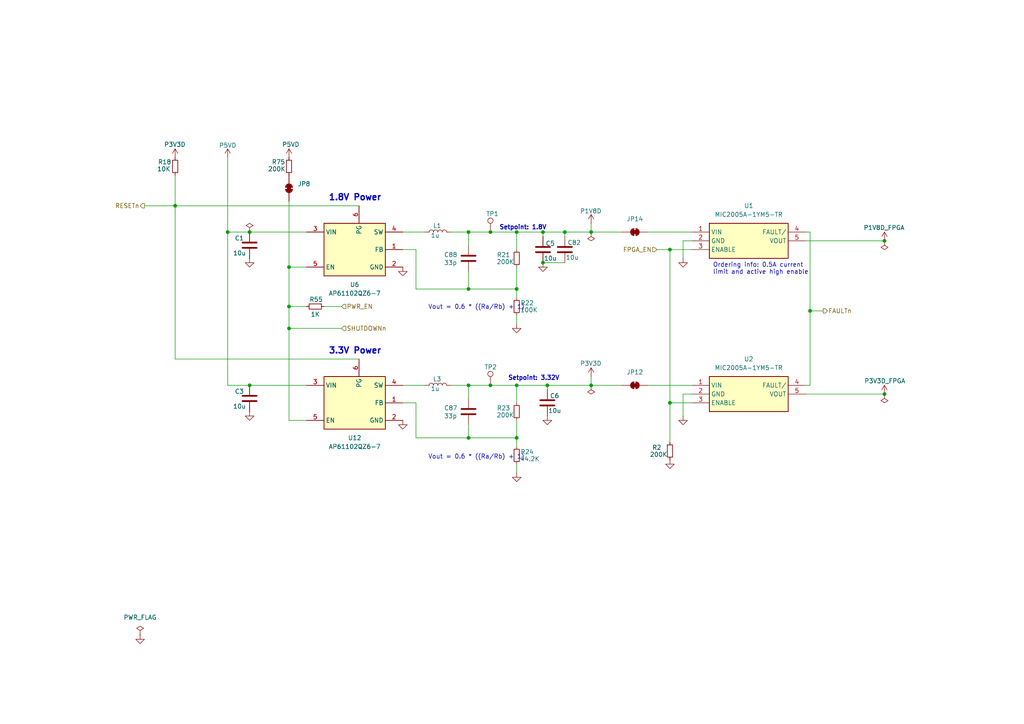
<source format=kicad_sch>
(kicad_sch (version 20250114) (generator "eeschema") (generator_version "9.0")
  (paper "A4")
  (title_block (title "PICO2-NX") (rev "0.1") (company "tinyVision.ai Inc."))
  (lib_symbols
    (symbol "Connector:TestPoint" (pin_numbers (hide yes)) (pin_names (offset 0.762) (hide yes))
      (property "Reference" "TP" (at 0 6.858 0))
      (property "Value" "TestPoint" (at 0 5.08 0))
      (symbol "TestPoint_0_1"
        (circle (center 0 3.302) (radius 0.762))
      )
      (symbol "TestPoint_1_1"
        (pin passive line (at 0 0 90) (length 2.54) (name "1") (number "1"))
      )
    )
    (symbol "Custom:AP61102QZ6-7"
      (property "Reference" "U" (at 19.05 7.112 0))
      (property "Value" "AP61102QZ6-7" (at 19.05 5.08 0))
      (symbol "AP61102QZ6-7_1_0"
        (rectangle (start 5.08 2.54) (end 22.86 -12.7) (stroke (width 0.254) (color 128 0 0 1)) (fill (type background)))
        (pin power_in line (at 0 0 0) (length 5.08) (name "VIN") (number "3"))
        (pin input line (at 0 -10.16 0) (length 5.08) (name "EN") (number "5"))
        (pin open_collector line (at 15.24 7.62 270) (length 5.08) (name "PG") (number "6"))
        (pin passive line (at 27.94 0 180) (length 5.08) (name "SW") (number "4"))
        (pin passive line (at 27.94 -5.08 180) (length 5.08) (name "FB") (number "1"))
        (pin power_in line (at 27.94 -10.16 180) (length 5.08) (name "GND") (number "2"))
      )
    )
    (symbol "Device:C" (pin_numbers (hide yes)) (pin_names (offset 0.254))
      (property "Reference" "C" (at 0.635 2.54 0))
      (property "Value" "C" (at 0.635 -2.54 0))
      (symbol "C_0_1"
        (polyline (pts (xy -2.032 0.762) (xy 2.032 0.762)) (stroke (width 0.508)))
        (polyline (pts (xy -2.032 -0.762) (xy 2.032 -0.762)) (stroke (width 0.508)))
      )
      (symbol "C_1_1"
        (pin passive line (at 0 3.81 270) (length 2.794) (name "~") (number "1"))
        (pin passive line (at 0 -3.81 90) (length 2.794) (name "~") (number "2"))
      )
    )
    (symbol "Device:L" (pin_numbers (hide yes)) (pin_names (offset 1.016) (hide yes))
      (property "Reference" "L" (at -1.27 0 90))
      (property "Value" "L" (at 1.905 0 90))
      (symbol "L_0_1"
        (arc (start 0 2.54) (mid 0.6323 1.905) (end 0 1.27))
        (arc (start 0 1.27) (mid 0.6323 0.635) (end 0 0))
        (arc (start 0 0) (mid 0.6323 -0.635) (end 0 -1.27))
        (arc (start 0 -1.27) (mid 0.6323 -1.905) (end 0 -2.54))
      )
      (symbol "L_1_1"
        (pin passive line (at 0 3.81 270) (length 1.27) (name "1") (number "1"))
        (pin passive line (at 0 -3.81 90) (length 1.27) (name "2") (number "2"))
      )
    )
    (symbol "Device:R_Small" (pin_numbers (hide yes)) (pin_names (offset 0.254) (hide yes))
      (property "Reference" "R" (at 0 0 90))
      (property "Value" "R_Small" (at 1.778 0 90))
      (symbol "R_Small_0_1"
        (rectangle (start -0.762 1.778) (end 0.762 -1.778) (stroke (width 0.2032)))
      )
      (symbol "R_Small_1_1"
        (pin passive line (at 0 2.54 270) (length 0.762) (name "~") (number "1"))
        (pin passive line (at 0 -2.54 90) (length 0.762) (name "~") (number "2"))
      )
    )
    (symbol "Jumper:SolderJumper_2_Bridged" (pin_numbers (hide yes)) (pin_names (offset 0) (hide yes)) (in_bom no)
      (property "Reference" "JP" (at 0 2.032 0))
      (property "Value" "SolderJumper_2_Bridged" (at 0 -2.54 0))
      (symbol "SolderJumper_2_Bridged_0_1"
        (rectangle (start -0.508 0.508) (end 0.508 -0.508) (fill (type outline)))
        (polyline (pts (xy -0.254 1.016) (xy -0.254 -1.016)))
        (arc (start -0.254 -1.016) (mid -1.2656 0) (end -0.254 1.016))
        (arc (start -0.254 -1.016) (mid -1.2656 0) (end -0.254 1.016) (fill (type outline)))
        (arc (start 0.254 1.016) (mid 1.2656 0) (end 0.254 -1.016))
        (arc (start 0.254 1.016) (mid 1.2656 0) (end 0.254 -1.016) (fill (type outline)))
        (polyline (pts (xy 0.254 1.016) (xy 0.254 -1.016)))
      )
      (symbol "SolderJumper_2_Bridged_1_1"
        (pin passive line (at -3.81 0 0) (length 2.54) (name "A") (number "1"))
        (pin passive line (at 3.81 0 180) (length 2.54) (name "B") (number "2"))
      )
    )
    (symbol "SamacSys:MIC2005A-2YM5-TR"
      (property "Reference" "IC" (at 29.21 7.62 0))
      (property "Value" "MIC2005A-2YM5-TR" (at 29.21 5.08 0))
      (symbol "MIC2005A-2YM5-TR_1_1"
        (rectangle (start 5.08 2.54) (end 27.94 -7.62) (stroke (width 0.254)) (fill (type background)))
        (pin passive line (at 0 0 0) (length 5.08) (name "VIN") (number "1"))
        (pin passive line (at 0 -2.54 0) (length 5.08) (name "GND") (number "2"))
        (pin passive line (at 0 -5.08 0) (length 5.08) (name "ENABLE") (number "3"))
        (pin passive line (at 33.02 0 180) (length 5.08) (name "FAULT/") (number "4"))
        (pin passive line (at 33.02 -2.54 180) (length 5.08) (name "VOUT") (number "5"))
      )
    )
    (symbol "power:GND" (power) (pin_numbers (hide yes)) (pin_names (offset 0) (hide yes))
      (property "Value" "GND" (at 0 -3.81 0))
      (symbol "GND_0_1"
        (polyline (pts (xy 0 0) (xy 0 -1.27) (xy 1.27 -1.27) (xy 0 -2.54) (xy -1.27 -1.27) (xy 0 -1.27)))
      )
      (symbol "GND_1_1"
        (pin power_in line (at 0 0 270) (length 0) (name "~") (number "1"))
      )
    )
    (symbol "power:PWR_FLAG" (power) (pin_numbers (hide yes)) (pin_names (offset 0) (hide yes))
      (property "Value" "PWR_FLAG" (at 0 3.81 0))
      (symbol "PWR_FLAG_0_0"
        (pin power_out line (at 0 0 90) (length 0) (name "~") (number "1"))
      )
      (symbol "PWR_FLAG_0_1"
        (polyline (pts (xy 0 0) (xy 0 1.27) (xy -1.016 1.905) (xy 0 2.54) (xy 1.016 1.905) (xy 0 1.27)))
      )
    )
    (symbol "power:VCC" (power) (pin_numbers (hide yes)) (pin_names (offset 0) (hide yes))
      (property "Value" "VCC" (at 0 3.556 0))
      (symbol "VCC_0_1"
        (polyline (pts (xy -0.762 1.27) (xy 0 2.54)))
        (polyline (pts (xy 0 2.54) (xy 0.762 1.27)))
        (polyline (pts (xy 0 0) (xy 0 2.54)))
      )
      (symbol "VCC_1_1"
        (pin power_in line (at 0 0 90) (length 0) (name "~") (number "1"))
      )
    )
  )
  (text "Vout = 0.6 * ((Ra/Rb) + 1)" (at 138.176 89.154 0) (effects (font (size 1.27 1.27))))
  (text "Setpoint: 3.32V" (at 147.32 110.49 0) (effects (font (size 1.27 1.27) (bold yes)) (justify left bottom)))
  (text "1.8V Power" (at 95.25 58.42 0) (effects (font (size 1.778 1.778) (bold yes)) (justify left bottom)))
  (text "3.3V Power" (at 95.25 102.87 0) (effects (font (size 1.778 1.778) (bold yes)) (justify left bottom)))
  (text "Setpoint: 1.8V" (at 144.78 66.802 0) (effects (font (size 1.27 1.27) (bold yes)) (justify left bottom)))
  (text "Vout = 0.6 * ((Ra/Rb) + 1)" (at 138.176 132.588 0) (effects (font (size 1.27 1.27))))
  (text "Ordering info: 0.5A current\nlimit and active high enable" (at 206.756 77.978 0) (effects (font (size 1.27 1.27)) (justify left)))
  (junction (at 158.75 111.76))
  (junction (at 256.54 69.85))
  (junction (at 83.82 88.9))
  (junction (at 171.45 67.31))
  (junction (at 171.45 111.76))
  (junction (at 83.82 77.47))
  (junction (at 234.95 90.17))
  (junction (at 135.89 111.76))
  (junction (at 66.04 67.31))
  (junction (at 142.24 67.31))
  (junction (at 72.39 67.31))
  (junction (at 135.89 67.31))
  (junction (at 135.89 127))
  (junction (at 157.48 76.2))
  (junction (at 194.31 116.84))
  (junction (at 149.86 111.76))
  (junction (at 149.86 67.31))
  (junction (at 135.89 83.82))
  (junction (at 194.31 72.39))
  (junction (at 149.86 83.82))
  (junction (at 72.39 111.76))
  (junction (at 83.82 95.25))
  (junction (at 163.83 67.31))
  (junction (at 149.86 127))
  (junction (at 157.48 67.31))
  (junction (at 256.54 114.3))
  (junction (at 50.8 59.69))
  (junction (at 142.24 111.76))
  (wire (pts (xy 120.65 116.84) (xy 120.65 127)))
  (wire (pts (xy 83.82 88.9) (xy 83.82 95.25)))
  (wire (pts (xy 200.66 69.85) (xy 198.12 69.85)))
  (wire (pts (xy 93.98 88.9) (xy 99.06 88.9)))
  (wire (pts (xy 116.84 116.84) (xy 120.65 116.84)))
  (wire (pts (xy 194.31 116.84) (xy 194.31 128.27)))
  (wire (pts (xy 135.89 111.76) (xy 142.24 111.76)))
  (wire (pts (xy 171.45 109.22) (xy 171.45 111.76)))
  (wire (pts (xy 142.24 111.76) (xy 149.86 111.76)))
  (wire (pts (xy 149.86 67.31) (xy 149.86 72.39)))
  (wire (pts (xy 171.45 64.77) (xy 171.45 67.31)))
  (wire (pts (xy 66.04 67.31) (xy 66.04 111.76)))
  (wire (pts (xy 149.86 67.31) (xy 157.48 67.31)))
  (wire (pts (xy 163.83 67.31) (xy 163.83 68.58)))
  (wire (pts (xy 200.66 114.3) (xy 198.12 114.3)))
  (wire (pts (xy 198.12 114.3) (xy 198.12 120.65)))
  (wire (pts (xy 130.81 111.76) (xy 135.89 111.76)))
  (wire (pts (xy 158.75 111.76) (xy 171.45 111.76)))
  (wire (pts (xy 116.84 72.39) (xy 120.65 72.39)))
  (wire (pts (xy 72.39 67.31) (xy 88.9 67.31)))
  (wire (pts (xy 50.8 59.69) (xy 50.8 104.14)))
  (wire (pts (xy 83.82 95.25) (xy 99.06 95.25)))
  (wire (pts (xy 149.86 77.47) (xy 149.86 83.82)))
  (wire (pts (xy 171.45 111.76) (xy 180.34 111.76)))
  (wire (pts (xy 135.89 123.19) (xy 135.89 127)))
  (wire (pts (xy 83.82 95.25) (xy 83.82 121.92)))
  (wire (pts (xy 234.95 90.17) (xy 234.95 111.76)))
  (wire (pts (xy 149.86 127) (xy 149.86 129.54)))
  (wire (pts (xy 135.89 83.82) (xy 149.86 83.82)))
  (wire (pts (xy 104.14 104.14) (xy 50.8 104.14)))
  (wire (pts (xy 157.48 76.2) (xy 163.83 76.2)))
  (wire (pts (xy 190.5 72.39) (xy 194.31 72.39)))
  (wire (pts (xy 135.89 67.31) (xy 142.24 67.31)))
  (wire (pts (xy 66.04 67.31) (xy 72.39 67.31)))
  (wire (pts (xy 149.86 134.62) (xy 149.86 137.16)))
  (wire (pts (xy 72.39 111.76) (xy 88.9 111.76)))
  (wire (pts (xy 157.48 67.31) (xy 163.83 67.31)))
  (wire (pts (xy 120.65 83.82) (xy 135.89 83.82)))
  (wire (pts (xy 163.83 67.31) (xy 171.45 67.31)))
  (wire (pts (xy 50.8 50.8) (xy 50.8 59.69)))
  (wire (pts (xy 149.86 91.44) (xy 149.86 93.98)))
  (wire (pts (xy 187.96 67.31) (xy 200.66 67.31)))
  (wire (pts (xy 83.82 121.92) (xy 88.9 121.92)))
  (wire (pts (xy 116.84 67.31) (xy 123.19 67.31)))
  (wire (pts (xy 234.95 90.17) (xy 238.76 90.17)))
  (wire (pts (xy 83.82 77.47) (xy 83.82 88.9)))
  (wire (pts (xy 50.8 59.69) (xy 104.14 59.69)))
  (wire (pts (xy 116.84 111.76) (xy 123.19 111.76)))
  (wire (pts (xy 149.86 111.76) (xy 149.86 116.84)))
  (wire (pts (xy 83.82 88.9) (xy 88.9 88.9)))
  (wire (pts (xy 66.04 45.72) (xy 66.04 67.31)))
  (wire (pts (xy 66.04 111.76) (xy 72.39 111.76)))
  (wire (pts (xy 158.75 111.76) (xy 158.75 113.03)))
  (wire (pts (xy 120.65 127) (xy 135.89 127)))
  (wire (pts (xy 120.65 72.39) (xy 120.65 83.82)))
  (wire (pts (xy 149.86 83.82) (xy 149.86 86.36)))
  (wire (pts (xy 149.86 111.76) (xy 158.75 111.76)))
  (wire (pts (xy 83.82 58.42) (xy 83.82 77.47)))
  (wire (pts (xy 135.89 78.74) (xy 135.89 83.82)))
  (wire (pts (xy 198.12 69.85) (xy 198.12 74.93)))
  (wire (pts (xy 135.89 127) (xy 149.86 127)))
  (wire (pts (xy 194.31 72.39) (xy 200.66 72.39)))
  (wire (pts (xy 233.68 114.3) (xy 256.54 114.3)))
  (wire (pts (xy 233.68 67.31) (xy 234.95 67.31)))
  (wire (pts (xy 171.45 67.31) (xy 180.34 67.31)))
  (wire (pts (xy 234.95 67.31) (xy 234.95 90.17)))
  (wire (pts (xy 142.24 67.31) (xy 149.86 67.31)))
  (wire (pts (xy 135.89 111.76) (xy 135.89 115.57)))
  (wire (pts (xy 200.66 116.84) (xy 194.31 116.84)))
  (wire (pts (xy 194.31 116.84) (xy 194.31 72.39)))
  (wire (pts (xy 135.89 67.31) (xy 135.89 71.12)))
  (wire (pts (xy 187.96 111.76) (xy 200.66 111.76)))
  (wire (pts (xy 83.82 77.47) (xy 88.9 77.47)))
  (wire (pts (xy 233.68 111.76) (xy 234.95 111.76)))
  (wire (pts (xy 157.48 67.31) (xy 157.48 68.58)))
  (wire (pts (xy 233.68 69.85) (xy 256.54 69.85)))
  (wire (pts (xy 41.91 59.69) (xy 50.8 59.69)))
  (wire (pts (xy 149.86 121.92) (xy 149.86 127)))
  (wire (pts (xy 130.81 67.31) (xy 135.89 67.31)))
  (hierarchical_label "PWR_EN" (shape input) (at 99.06 88.9 0))
  (hierarchical_label "RESETn" (shape output) (at 41.91 59.69 180))
  (hierarchical_label "FAULTn" (shape output) (at 238.76 90.17 0))
  (hierarchical_label "FPGA_EN" (shape input) (at 190.5 72.39 180))
  (hierarchical_label "SHUTDOWNn" (shape input) (at 99.06 95.25 0))
  (symbol (lib_id "power:VCC") (at 83.82 45.72 0) (unit 1)
    (property "Reference" "#PWR0188" (effects (hide yes)))
    (property "Value" "P5VD" (at 86.868 41.91 0) (effects (justify right)))
    (property "Description" "Power symbol creates a global label with name \"VCC\"" (effects (hide yes)))
  )
  (symbol (lib_id "Device:C") (at 157.48 72.39 0) (unit 1)
    (property "Reference" "C5" (at 158.242 70.612 0) (effects (justify left)))
    (property "Value" "10u" (at 157.734 74.93 0) (effects (justify left)))
    (property "Footprint" "Capacitor_SMD:C_0402_1005Metric" (effects (hide yes)))
    (property "Description" "Unpolarized capacitor" (effects (hide yes)))
  )
  (symbol (lib_id "Device:R_Small") (at 149.86 88.9 180) (unit 1)
    (property "Reference" "R22" (at 152.908 87.884 0))
    (property "Value" "100K" (at 153.416 89.916 0))
    (property "Footprint" "Resistor_SMD:R_0402_1005Metric" (effects (hide yes)))
    (property "Description" "Resistor, small symbol" (effects (hide yes)))
  )
  (symbol (lib_id "Device:C") (at 158.75 116.84 0) (unit 1)
    (property "Reference" "C6" (at 159.512 114.808 0) (effects (justify left)))
    (property "Value" "10u" (at 159.004 119.126 0) (effects (justify left)))
    (property "Footprint" "Capacitor_SMD:C_0402_1005Metric" (effects (hide yes)))
    (property "Description" "Unpolarized capacitor" (effects (hide yes)))
  )
  (symbol (lib_id "Device:C") (at 135.89 74.93 0) (unit 1)
    (property "Reference" "C88" (at 128.778 73.8886 0) (effects (justify left)))
    (property "Value" "33p" (at 128.778 76.2 0) (effects (justify left)))
    (property "Footprint" "Capacitor_SMD:C_0201_0603Metric" (effects (hide yes)))
    (property "Description" "Unpolarized capacitor" (effects (hide yes)))
    (property "MPN" "GRM1555C1E150JA01D" (effects (hide yes)))
    (property "Manufacturer" "Murata Electronics" (effects (hide yes)))
  )
  (symbol (lib_id "Device:C") (at 72.39 71.12 0) (unit 1)
    (property "Reference" "C1" (at 68.072 69.088 0) (effects (justify left)))
    (property "Value" "10u" (at 67.564 73.406 0) (effects (justify left)))
    (property "Footprint" "Capacitor_SMD:C_0402_1005Metric" (effects (hide yes)))
    (property "Description" "Unpolarized capacitor" (effects (hide yes)))
  )
  (symbol (lib_id "power:PWR_FLAG") (at 256.54 114.3 0) (mirror x) (unit 1)
    (property "Reference" "#FLG011" (effects (hide yes)))
    (property "Value" "PWR_FLAG" (effects (hide yes)))
    (property "Description" "Special symbol for telling ERC where power comes from" (effects (hide yes)))
  )
  (symbol (lib_id "power:GND") (at 194.31 133.35 0) (unit 1)
    (property "Reference" "#PWR01" (effects (hide yes)))
    (property "Value" "GND" (effects (hide yes)))
    (property "Description" "Power symbol creates a global label with name \"GND\" , ground" (effects (hide yes)))
  )
  (symbol (lib_id "Jumper:SolderJumper_2_Bridged") (at 83.82 54.61 90) (unit 1) (exclude_from_sim yes) (in_bom no)
    (property "Reference" "JP8" (at 86.36 53.34 90) (effects (justify right)))
    (property "Value" "SolderJumper_2_Bridged" (effects (hide yes)))
    (property "Footprint" "Jumper:SolderJumper-2_P1.3mm_Bridged_RoundedPad1.0x1.5mm" (effects (hide yes)))
    (property "Description" "Solder Jumper, 2-pole, closed/bridged" (effects (hide yes)))
  )
  (symbol (lib_id "power:GND") (at 116.84 121.92 0) (unit 1)
    (property "Reference" "#PWR014" (effects (hide yes)))
    (property "Value" "GND" (effects (hide yes)))
    (property "Description" "Power symbol creates a global label with name \"GND\" , ground" (effects (hide yes)))
  )
  (symbol (lib_id "Device:R_Small") (at 149.86 74.93 180) (unit 1)
    (property "Reference" "R21" (at 146.05 73.914 0))
    (property "Value" "200K" (at 146.558 75.946 0))
    (property "Footprint" "Resistor_SMD:R_0402_1005Metric" (effects (hide yes)))
    (property "Description" "Resistor, small symbol" (effects (hide yes)))
  )
  (symbol (lib_id "power:GND") (at 158.75 120.65 0) (unit 1)
    (property "Reference" "#PWR019" (effects (hide yes)))
    (property "Value" "GND" (effects (hide yes)))
    (property "Description" "Power symbol creates a global label with name \"GND\" , ground" (effects (hide yes)))
  )
  (symbol (lib_id "power:GND") (at 72.39 74.93 0) (unit 1)
    (property "Reference" "#PWR09" (effects (hide yes)))
    (property "Value" "GND" (effects (hide yes)))
    (property "Description" "Power symbol creates a global label with name \"GND\" , ground" (effects (hide yes)))
  )
  (symbol (lib_id "power:GND") (at 149.86 137.16 0) (unit 1)
    (property "Reference" "#PWR017" (effects (hide yes)))
    (property "Value" "GND" (effects (hide yes)))
    (property "Description" "Power symbol creates a global label with name \"GND\" , ground" (effects (hide yes)))
  )
  (symbol (lib_id "Device:L") (at 127 111.76 90) (unit 1)
    (property "Reference" "L3" (at 128.016 109.22 90) (effects (justify left bottom)))
    (property "Value" "1u" (at 127.508 112.014 90) (effects (justify left bottom)))
    (property "Description" "Inductor" (effects (hide yes)))
    (property "SUPPLIER PART NUMBER 1" "490-18106-1-ND" (effects (hide yes)))
    (property "MANUFACTURER" "Murata Electronics" (effects (hide yes)))
    (property "MANUFACTURER PART NUMBER" "DFE201610E-1R0M=P2" (effects (hide yes)))
    (property "ALTIUM_VALUE" "1uH" (effects (hide yes)))
  )
  (symbol (lib_id "power:GND") (at 40.64 184.15 0) (unit 1)
    (property "Reference" "#PWR026" (effects (hide yes)))
    (property "Value" "GND" (effects (hide yes)))
    (property "Description" "Power symbol creates a global label with name \"GND\" , ground" (effects (hide yes)))
  )
  (symbol (lib_id "Device:R_Small") (at 91.44 88.9 270) (unit 1)
    (property "Reference" "R55" (at 91.694 86.868 90))
    (property "Value" "1K" (at 91.44 91.186 90))
    (property "Footprint" "Resistor_SMD:R_0402_1005Metric" (effects (hide yes)))
    (property "Description" "Resistor, small symbol" (effects (hide yes)))
  )
  (symbol (lib_id "Device:C") (at 72.39 115.57 0) (unit 1)
    (property "Reference" "C3" (at 68.072 113.538 0) (effects (justify left)))
    (property "Value" "10u" (at 67.564 117.856 0) (effects (justify left)))
    (property "Footprint" "Capacitor_SMD:C_0402_1005Metric" (effects (hide yes)))
    (property "Description" "Unpolarized capacitor" (effects (hide yes)))
  )
  (symbol (lib_id "power:PWR_FLAG") (at 72.39 67.31 0) (unit 1)
    (property "Reference" "#FLG01" (effects (hide yes)))
    (property "Value" "PWR_FLAG" (effects (hide yes)))
    (property "Description" "Special symbol for telling ERC where power comes from" (effects (hide yes)))
  )
  (symbol (lib_id "power:PWR_FLAG") (at 171.45 67.31 0) (mirror x) (unit 1)
    (property "Reference" "#FLG03" (effects (hide yes)))
    (property "Value" "PWR_FLAG" (effects (hide yes)))
    (property "Description" "Special symbol for telling ERC where power comes from" (effects (hide yes)))
  )
  (symbol (lib_id "Custom:AP61102QZ6-7") (at 88.9 67.31 0) (unit 1)
    (property "Reference" "U6" (at 102.87 82.55 0))
    (property "Value" "AP61102QZ6-7" (at 102.87 85.09 0))
    (property "Footprint" "Package_TO_SOT_SMD:SOT-563" (effects (hide yes)))
    (property "Datasheet" "https://www.diodes.com/datasheet/download/AP61100.pdf" (effects (hide yes)))
    (property "Description" "DC-DC CONV LV BUCK SOT563" (effects (hide yes)))
  )
  (symbol (lib_id "Device:R_Small") (at 149.86 132.08 180) (unit 1)
    (property "Reference" "R24" (at 152.908 131.064 0))
    (property "Value" "44.2K" (at 153.67 133.096 0))
    (property "Footprint" "Resistor_SMD:R_0402_1005Metric" (effects (hide yes)))
    (property "Description" "Resistor, small symbol" (effects (hide yes)))
  )
  (symbol (lib_id "Device:R_Small") (at 149.86 119.38 180) (unit 1)
    (property "Reference" "R23" (at 146.05 118.364 0))
    (property "Value" "200K" (at 146.558 120.396 0))
    (property "Footprint" "Resistor_SMD:R_0402_1005Metric" (effects (hide yes)))
    (property "Description" "Resistor, small symbol" (effects (hide yes)))
  )
  (symbol (lib_id "power:GND") (at 116.84 77.47 0) (unit 1)
    (property "Reference" "#PWR012" (effects (hide yes)))
    (property "Value" "GND" (effects (hide yes)))
    (property "Description" "Power symbol creates a global label with name \"GND\" , ground" (effects (hide yes)))
  )
  (symbol (lib_id "power:GND") (at 157.48 76.2 0) (unit 1)
    (property "Reference" "#PWR018" (effects (hide yes)))
    (property "Value" "GND" (effects (hide yes)))
    (property "Description" "Power symbol creates a global label with name \"GND\" , ground" (effects (hide yes)))
  )
  (symbol (lib_id "power:PWR_FLAG") (at 40.64 184.15 0) (unit 1)
    (property "Reference" "#FLG06" (effects (hide yes)))
    (property "Value" "PWR_FLAG" (at 40.64 179.07 0))
    (property "Description" "Special symbol for telling ERC where power comes from" (effects (hide yes)))
  )
  (symbol (lib_id "power:GND") (at 198.12 120.65 0) (unit 1)
    (property "Reference" "#PWR025" (effects (hide yes)))
    (property "Value" "GND" (effects (hide yes)))
    (property "Description" "Power symbol creates a global label with name \"GND\" , ground" (effects (hide yes)))
  )
  (symbol (lib_id "power:VCC") (at 50.8 45.72 0) (unit 1)
    (property "Reference" "#PWR0136" (effects (hide yes)))
    (property "Value" "P3V3D" (at 53.848 41.91 0) (effects (justify right)))
    (property "Description" "Power symbol creates a global label with name \"VCC\"" (effects (hide yes)))
  )
  (symbol (lib_id "Device:R_Small") (at 50.8 48.26 0) (mirror x) (unit 1)
    (property "Reference" "R18" (at 47.752 46.99 0))
    (property "Value" "10K" (at 47.498 49.022 0))
    (property "Footprint" "Resistor_SMD:R_0402_1005Metric" (effects (hide yes)))
    (property "Description" "Resistor, small symbol" (effects (hide yes)))
  )
  (symbol (lib_id "power:PWR_FLAG") (at 256.54 69.85 0) (mirror x) (unit 1)
    (property "Reference" "#FLG014" (effects (hide yes)))
    (property "Value" "PWR_FLAG" (effects (hide yes)))
    (property "Description" "Special symbol for telling ERC where power comes from" (effects (hide yes)))
  )
  (symbol (lib_id "Custom:AP61102QZ6-7") (at 88.9 111.76 0) (unit 1)
    (property "Reference" "U12" (at 102.87 127 0))
    (property "Value" "AP61102QZ6-7" (at 102.87 129.54 0))
    (property "Footprint" "Package_TO_SOT_SMD:SOT-563" (effects (hide yes)))
    (property "Datasheet" "https://www.diodes.com/datasheet/download/AP61100.pdf" (effects (hide yes)))
    (property "Description" "DC-DC CONV LV BUCK SOT563" (effects (hide yes)))
  )
  (symbol (lib_id "Device:C") (at 163.83 72.39 0) (unit 1)
    (property "Reference" "C82" (at 164.592 70.358 0) (effects (justify left)))
    (property "Value" "10u" (at 164.084 74.676 0) (effects (justify left)))
    (property "Footprint" "Capacitor_SMD:C_0402_1005Metric" (effects (hide yes)))
    (property "Description" "Unpolarized capacitor" (effects (hide yes)))
  )
  (symbol (lib_id "power:GND") (at 149.86 93.98 0) (unit 1)
    (property "Reference" "#PWR016" (effects (hide yes)))
    (property "Value" "GND" (effects (hide yes)))
    (property "Description" "Power symbol creates a global label with name \"GND\" , ground" (effects (hide yes)))
  )
  (symbol (lib_id "power:GND") (at 198.12 74.93 0) (unit 1)
    (property "Reference" "#PWR024" (effects (hide yes)))
    (property "Value" "GND" (effects (hide yes)))
    (property "Description" "Power symbol creates a global label with name \"GND\" , ground" (effects (hide yes)))
  )
  (symbol (lib_id "SamacSys:MIC2005A-2YM5-TR") (at 200.66 67.31 0) (unit 1)
    (property "Reference" "U1" (at 217.17 59.69 0))
    (property "Value" "MIC2005A-1YM5-TR" (at 217.17 62.23 0))
    (property "Datasheet" "https://componentsearchengine.com/Datasheets/1/MIC2005A-1YM5-TR.pdf" (effects (hide yes)))
    (property "Description" "Power Switch ICs - Power Distribution Low and Active High Current Limiting, High Side Power Switches" (effects (hide yes)))
    (property "Height" "1.3" (effects (hide yes)))
    (property "Mouser Part Number" "998-MIC2005A-1YM5TR" (effects (hide yes)))
    (property "Manufacturer_Name" "Microchip" (effects (hide yes)))
    (property "Manufacturer_Part_Number" "MIC2005A-1YM5-TR" (effects (hide yes)))
  )
  (symbol (lib_id "Connector:TestPoint") (at 142.24 111.76 0) (unit 1)
    (property "Reference" "TP2" (at 140.462 107.188 0) (effects (justify left bottom)))
    (property "Value" "3V3" (effects (hide yes)))
    (property "Description" "test point" (effects (hide yes)))
  )
  (symbol (lib_id "Jumper:SolderJumper_2_Bridged") (at 184.15 67.31 180) (unit 1) (exclude_from_sim yes) (in_bom no)
    (property "Reference" "JP14" (at 184.15 63.5 0))
    (property "Value" "SolderJumper_2_Bridged" (effects (hide yes)))
    (property "Footprint" "Jumper:SolderJumper-2_P1.3mm_Bridged_RoundedPad1.0x1.5mm" (effects (hide yes)))
    (property "Description" "Solder Jumper, 2-pole, closed/bridged" (effects (hide yes)))
  )
  (symbol (lib_id "Device:R_Small") (at 194.31 130.81 180) (unit 1)
    (property "Reference" "R2" (at 190.5 129.794 0))
    (property "Value" "200K" (at 191.008 131.826 0))
    (property "Footprint" "Resistor_SMD:R_0402_1005Metric" (effects (hide yes)))
    (property "Description" "Resistor, small symbol" (effects (hide yes)))
  )
  (symbol (lib_id "Jumper:SolderJumper_2_Bridged") (at 184.15 111.76 180) (unit 1) (exclude_from_sim yes) (in_bom no)
    (property "Reference" "JP12" (at 184.15 107.95 0))
    (property "Value" "SolderJumper_2_Bridged" (effects (hide yes)))
    (property "Footprint" "Jumper:SolderJumper-2_P1.3mm_Bridged_RoundedPad1.0x1.5mm" (effects (hide yes)))
    (property "Description" "Solder Jumper, 2-pole, closed/bridged" (effects (hide yes)))
  )
  (symbol (lib_id "power:VCC") (at 256.54 114.3 0) (unit 1)
    (property "Reference" "#PWR028" (effects (hide yes)))
    (property "Value" "P3V3D_FPGA" (at 262.636 110.49 0) (effects (justify right)))
    (property "Description" "Power symbol creates a global label with name \"VCC\"" (effects (hide yes)))
  )
  (symbol (lib_id "power:PWR_FLAG") (at 171.45 111.76 0) (mirror x) (unit 1)
    (property "Reference" "#FLG04" (effects (hide yes)))
    (property "Value" "PWR_FLAG" (effects (hide yes)))
    (property "Description" "Special symbol for telling ERC where power comes from" (effects (hide yes)))
  )
  (symbol (lib_id "power:GND") (at 72.39 119.38 0) (unit 1)
    (property "Reference" "#PWR011" (effects (hide yes)))
    (property "Value" "GND" (effects (hide yes)))
    (property "Description" "Power symbol creates a global label with name \"GND\" , ground" (effects (hide yes)))
  )
  (symbol (lib_id "power:VCC") (at 256.54 69.85 0) (mirror y) (unit 1)
    (property "Reference" "#PWR027" (effects (hide yes)))
    (property "Value" "P1V8D_FPGA" (at 250.444 66.04 0) (effects (justify right)))
    (property "Description" "Power symbol creates a global label with name \"VCC\"" (effects (hide yes)))
  )
  (symbol (lib_id "power:VCC") (at 66.04 45.72 0) (unit 1)
    (property "Reference" "#PWR08" (effects (hide yes)))
    (property "Value" "P5VD" (at 66.04 42.164 0))
    (property "Description" "Power symbol creates a global label with name \"VCC\"" (effects (hide yes)))
  )
  (symbol (lib_id "Device:C") (at 135.89 119.38 0) (unit 1)
    (property "Reference" "C87" (at 128.778 118.3386 0) (effects (justify left)))
    (property "Value" "33p" (at 128.778 120.65 0) (effects (justify left)))
    (property "Footprint" "Capacitor_SMD:C_0201_0603Metric" (effects (hide yes)))
    (property "Description" "Unpolarized capacitor" (effects (hide yes)))
    (property "MPN" "GRM1555C1E150JA01D" (effects (hide yes)))
    (property "Manufacturer" "Murata Electronics" (effects (hide yes)))
  )
  (symbol (lib_id "Connector:TestPoint") (at 142.24 67.31 0) (unit 1)
    (property "Reference" "TP1" (at 140.97 62.738 0) (effects (justify left bottom)))
    (property "Value" "1V8" (effects (hide yes)))
    (property "Description" "test point" (effects (hide yes)))
  )
  (symbol (lib_id "Device:R_Small") (at 83.82 48.26 0) (mirror x) (unit 1)
    (property "Reference" "R75" (at 80.772 46.99 0))
    (property "Value" "200K" (at 80.264 49.022 0))
    (property "Footprint" "Resistor_SMD:R_0402_1005Metric" (effects (hide yes)))
    (property "Description" "Resistor, small symbol" (effects (hide yes)))
  )
  (symbol (lib_id "power:VCC") (at 171.45 64.77 0) (unit 1)
    (property "Reference" "#PWR020" (effects (hide yes)))
    (property "Value" "P1V8D" (at 174.498 61.214 0) (effects (justify right)))
    (property "Description" "Power symbol creates a global label with name \"VCC\"" (effects (hide yes)))
  )
  (symbol (lib_id "Device:L") (at 127 67.31 90) (unit 1)
    (property "Reference" "L1" (at 128.016 64.77 90) (effects (justify left bottom)))
    (property "Value" "1u" (at 127.508 67.564 90) (effects (justify left bottom)))
    (property "Description" "Inductor" (effects (hide yes)))
    (property "SUPPLIER PART NUMBER 1" "490-18106-1-ND" (effects (hide yes)))
    (property "MANUFACTURER" "Murata Electronics" (effects (hide yes)))
    (property "MANUFACTURER PART NUMBER" "DFE201610E-1R0M=P2" (effects (hide yes)))
    (property "ALTIUM_VALUE" "1uH" (effects (hide yes)))
  )
  (symbol (lib_id "power:VCC") (at 171.45 109.22 0) (unit 1)
    (property "Reference" "#PWR021" (effects (hide yes)))
    (property "Value" "P3V3D" (at 174.498 105.41 0) (effects (justify right)))
    (property "Description" "Power symbol creates a global label with name \"VCC\"" (effects (hide yes)))
  )
  (symbol (lib_id "SamacSys:MIC2005A-2YM5-TR") (at 200.66 111.76 0) (unit 1)
    (property "Reference" "U2" (at 217.17 104.14 0))
    (property "Value" "MIC2005A-1YM5-TR" (at 217.17 106.68 0))
    (property "Datasheet" "https://componentsearchengine.com/Datasheets/1/MIC2005A-1YM5-TR.pdf" (effects (hide yes)))
    (property "Description" "Power Switch ICs - Power Distribution Low and Active High Current Limiting, High Side Power Switches" (effects (hide yes)))
    (property "Height" "1.3" (effects (hide yes)))
    (property "Mouser Part Number" "998-MIC2005A-2YM5TR" (effects (hide yes)))
    (property "Mouser Price/Stock" "https://www.mouser.co.uk/ProductDetail/Microchip-Technology/MIC2005A-1YM5-TR?qs=Y3Q3JoKAO1TfdQxGPweorg%3D%3D" (effects (hide yes)))
    (property "Manufacturer_Name" "Microchip" (effects (hide yes)))
    (property "Manufacturer_Part_Number" "MIC2005A-1YM5-TR" (effects (hide yes)))
  )
)
</source>
